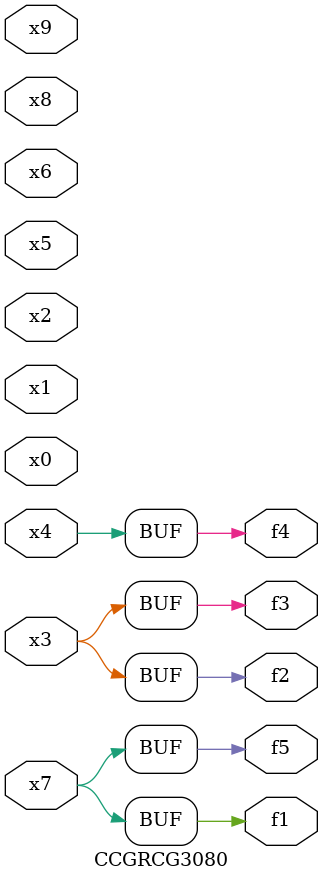
<source format=v>
module CCGRCG3080(
	input x0, x1, x2, x3, x4, x5, x6, x7, x8, x9,
	output f1, f2, f3, f4, f5
);
	assign f1 = x7;
	assign f2 = x3;
	assign f3 = x3;
	assign f4 = x4;
	assign f5 = x7;
endmodule

</source>
